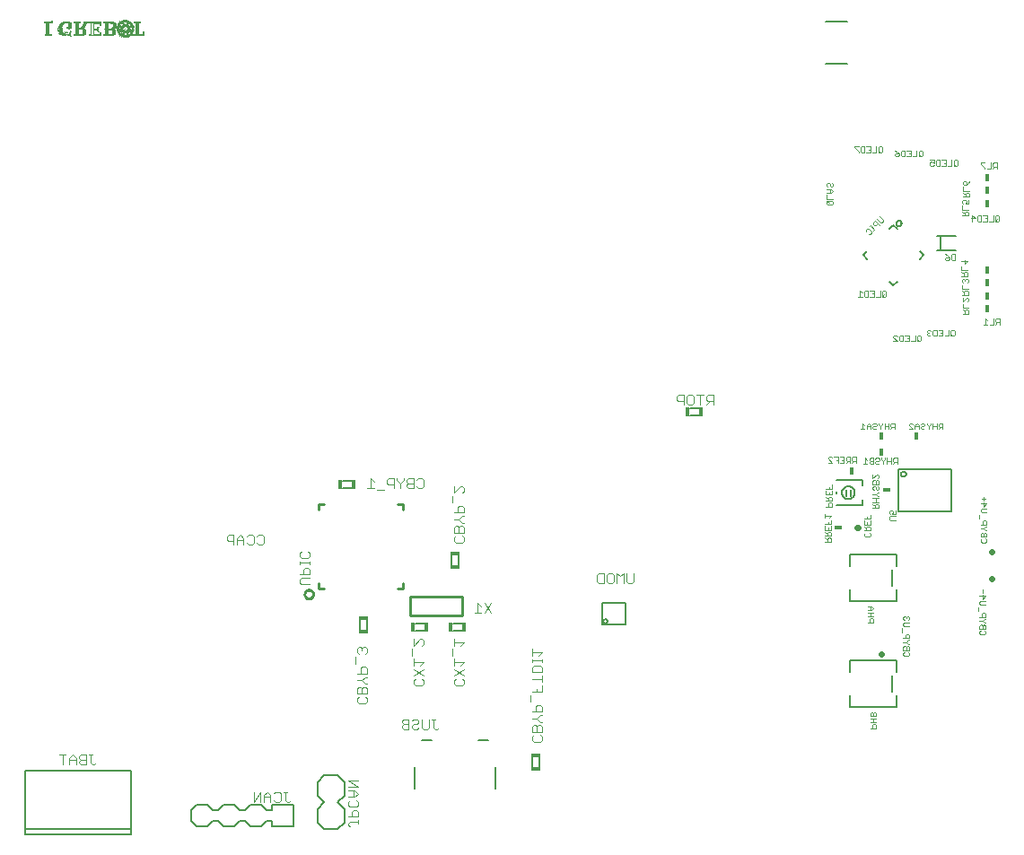
<source format=gbo>
G75*
G70*
%OFA0B0*%
%FSLAX24Y24*%
%IPPOS*%
%LPD*%
%AMOC8*
5,1,8,0,0,1.08239X$1,22.5*
%
%ADD10C,0.0020*%
%ADD11C,0.0030*%
%ADD12C,0.0040*%
%ADD13C,0.0050*%
%ADD14R,0.0180X0.0300*%
%ADD15C,0.0080*%
%ADD16R,0.0300X0.0180*%
%ADD17C,0.0220*%
%ADD18C,0.0100*%
%ADD19C,0.0060*%
%ADD20R,0.0160X0.0340*%
%ADD21R,0.0340X0.0160*%
%ADD22R,0.0010X0.0010*%
%ADD23R,0.0030X0.0010*%
%ADD24R,0.0020X0.0010*%
%ADD25R,0.0040X0.0010*%
%ADD26R,0.0050X0.0010*%
%ADD27R,0.0170X0.0010*%
%ADD28R,0.0290X0.0010*%
%ADD29R,0.0400X0.0010*%
%ADD30R,0.0310X0.0010*%
%ADD31R,0.0260X0.0010*%
%ADD32R,0.0270X0.0010*%
%ADD33R,0.0180X0.0010*%
%ADD34R,0.0460X0.0010*%
%ADD35R,0.0380X0.0010*%
%ADD36R,0.0100X0.0010*%
%ADD37R,0.0190X0.0010*%
%ADD38R,0.0410X0.0010*%
%ADD39R,0.0160X0.0010*%
%ADD40R,0.0360X0.0010*%
%ADD41R,0.0080X0.0010*%
%ADD42R,0.0440X0.0010*%
%ADD43R,0.0200X0.0010*%
%ADD44R,0.0240X0.0010*%
%ADD45R,0.0450X0.0010*%
%ADD46R,0.0210X0.0010*%
%ADD47R,0.0130X0.0010*%
%ADD48R,0.0140X0.0010*%
%ADD49R,0.0150X0.0010*%
%ADD50R,0.0230X0.0010*%
%ADD51R,0.0060X0.0010*%
%ADD52R,0.0090X0.0010*%
%ADD53R,0.0070X0.0010*%
%ADD54R,0.0220X0.0010*%
%ADD55R,0.0780X0.0010*%
%ADD56R,0.0610X0.0010*%
%ADD57R,0.0250X0.0010*%
%ADD58R,0.0120X0.0010*%
%ADD59R,0.0110X0.0010*%
%ADD60R,0.0320X0.0010*%
%ADD61R,0.0300X0.0010*%
%ADD62R,0.0330X0.0010*%
%ADD63R,0.0370X0.0010*%
%ADD64R,0.0350X0.0010*%
%ADD65R,0.0630X0.0010*%
%ADD66R,0.0430X0.0010*%
%ADD67R,0.0650X0.0010*%
%ADD68R,0.0420X0.0010*%
%ADD69R,0.0340X0.0010*%
%ADD70R,0.0390X0.0010*%
%ADD71R,0.0660X0.0010*%
%ADD72R,0.0680X0.0010*%
D10*
X033395Y011327D02*
X033615Y011327D01*
X033615Y011437D01*
X033578Y011474D01*
X033505Y011474D01*
X033468Y011437D01*
X033468Y011327D01*
X033468Y011401D02*
X033395Y011474D01*
X033395Y011548D02*
X033615Y011548D01*
X033615Y011658D01*
X033578Y011695D01*
X033505Y011695D01*
X033468Y011658D01*
X033468Y011548D01*
X033468Y011621D02*
X033395Y011695D01*
X033395Y011769D02*
X033395Y011916D01*
X033395Y011990D02*
X033615Y011990D01*
X033615Y012137D01*
X033542Y012211D02*
X033615Y012284D01*
X033395Y012284D01*
X033395Y012211D02*
X033395Y012358D01*
X033432Y012631D02*
X033652Y012631D01*
X033652Y012741D01*
X033615Y012778D01*
X033542Y012778D01*
X033505Y012741D01*
X033505Y012631D01*
X033505Y012852D02*
X033505Y012962D01*
X033542Y012999D01*
X033615Y012999D01*
X033652Y012962D01*
X033652Y012852D01*
X033432Y012852D01*
X033505Y012926D02*
X033432Y012999D01*
X033432Y013073D02*
X033432Y013220D01*
X033432Y013294D02*
X033652Y013294D01*
X033652Y013441D01*
X033542Y013368D02*
X033542Y013294D01*
X033652Y013220D02*
X033652Y013073D01*
X033432Y013073D01*
X033542Y013073D02*
X033542Y013147D01*
X033507Y014260D02*
X033654Y014260D01*
X033507Y014407D01*
X033507Y014443D01*
X033544Y014480D01*
X033617Y014480D01*
X033654Y014443D01*
X033728Y014480D02*
X033875Y014480D01*
X033875Y014260D01*
X033949Y014260D02*
X034096Y014260D01*
X034096Y014480D01*
X033949Y014480D01*
X034023Y014370D02*
X034096Y014370D01*
X034170Y014370D02*
X034207Y014333D01*
X034317Y014333D01*
X034317Y014260D02*
X034317Y014480D01*
X034207Y014480D01*
X034170Y014443D01*
X034170Y014370D01*
X034244Y014333D02*
X034170Y014260D01*
X034391Y014260D02*
X034465Y014333D01*
X034428Y014333D02*
X034538Y014333D01*
X034538Y014260D02*
X034538Y014480D01*
X034428Y014480D01*
X034391Y014443D01*
X034391Y014370D01*
X034428Y014333D01*
X034815Y014218D02*
X034962Y014218D01*
X034889Y014218D02*
X034889Y014439D01*
X034962Y014365D01*
X035036Y014365D02*
X035073Y014329D01*
X035183Y014329D01*
X035257Y014292D02*
X035294Y014329D01*
X035367Y014329D01*
X035404Y014365D01*
X035404Y014402D01*
X035367Y014439D01*
X035294Y014439D01*
X035257Y014402D01*
X035183Y014439D02*
X035073Y014439D01*
X035036Y014402D01*
X035036Y014365D01*
X035073Y014329D02*
X035036Y014292D01*
X035036Y014255D01*
X035073Y014218D01*
X035183Y014218D01*
X035183Y014439D01*
X035257Y014292D02*
X035257Y014255D01*
X035294Y014218D01*
X035367Y014218D01*
X035404Y014255D01*
X035552Y014218D02*
X035552Y014329D01*
X035478Y014402D01*
X035478Y014439D01*
X035552Y014329D02*
X035625Y014402D01*
X035625Y014439D01*
X035699Y014439D02*
X035699Y014218D01*
X035699Y014329D02*
X035846Y014329D01*
X035920Y014329D02*
X035957Y014292D01*
X036067Y014292D01*
X035994Y014292D02*
X035920Y014218D01*
X035846Y014218D02*
X035846Y014439D01*
X035920Y014402D02*
X035920Y014329D01*
X035920Y014402D02*
X035957Y014439D01*
X036067Y014439D01*
X036067Y014218D01*
X035385Y013794D02*
X035385Y013721D01*
X035348Y013684D01*
X035348Y013610D02*
X035312Y013610D01*
X035275Y013573D01*
X035275Y013463D01*
X035238Y013389D02*
X035202Y013389D01*
X035165Y013352D01*
X035165Y013279D01*
X035202Y013242D01*
X035275Y013279D02*
X035275Y013352D01*
X035238Y013389D01*
X035165Y013463D02*
X035165Y013573D01*
X035202Y013610D01*
X035238Y013610D01*
X035275Y013573D01*
X035348Y013610D02*
X035385Y013573D01*
X035385Y013463D01*
X035165Y013463D01*
X035348Y013389D02*
X035385Y013352D01*
X035385Y013279D01*
X035348Y013242D01*
X035312Y013242D01*
X035275Y013279D01*
X035348Y013168D02*
X035385Y013168D01*
X035348Y013168D02*
X035275Y013095D01*
X035165Y013095D01*
X035275Y013095D02*
X035348Y013021D01*
X035385Y013021D01*
X035385Y012947D02*
X035165Y012947D01*
X035275Y012947D02*
X035275Y012800D01*
X035275Y012726D02*
X035238Y012689D01*
X035238Y012579D01*
X035165Y012579D02*
X035385Y012579D01*
X035385Y012689D01*
X035348Y012726D01*
X035275Y012726D01*
X035238Y012653D02*
X035165Y012726D01*
X035165Y012800D02*
X035385Y012800D01*
X035782Y012460D02*
X035782Y012387D01*
X035819Y012350D01*
X035892Y012350D02*
X035929Y012423D01*
X035929Y012460D01*
X035892Y012497D01*
X035819Y012497D01*
X035782Y012460D01*
X035892Y012350D02*
X036002Y012350D01*
X036002Y012497D01*
X036002Y012276D02*
X035819Y012276D01*
X035782Y012239D01*
X035782Y012166D01*
X035819Y012129D01*
X036002Y012129D01*
X035072Y012112D02*
X035072Y011965D01*
X034852Y011965D01*
X034852Y012112D01*
X034852Y012186D02*
X035072Y012186D01*
X035072Y012333D01*
X034962Y012259D02*
X034962Y012186D01*
X034962Y012038D02*
X034962Y011965D01*
X034962Y011891D02*
X034926Y011854D01*
X034926Y011744D01*
X034926Y011817D02*
X034852Y011891D01*
X034962Y011891D02*
X035036Y011891D01*
X035072Y011854D01*
X035072Y011744D01*
X034852Y011744D01*
X034889Y011670D02*
X034852Y011633D01*
X034852Y011560D01*
X034889Y011523D01*
X035036Y011523D01*
X035072Y011560D01*
X035072Y011633D01*
X035036Y011670D01*
X033615Y011769D02*
X033395Y011769D01*
X033505Y011769D02*
X033505Y011842D01*
X033615Y011916D02*
X033615Y011769D01*
X033505Y011990D02*
X033505Y012063D01*
X035165Y013684D02*
X035312Y013831D01*
X035348Y013831D01*
X035385Y013794D01*
X035165Y013831D02*
X035165Y013684D01*
X033875Y014370D02*
X033802Y014370D01*
X034717Y015507D02*
X034864Y015507D01*
X034790Y015507D02*
X034790Y015728D01*
X034864Y015654D01*
X034938Y015654D02*
X034938Y015507D01*
X034938Y015617D02*
X035085Y015617D01*
X035085Y015654D02*
X035011Y015728D01*
X034938Y015654D01*
X035085Y015654D02*
X035085Y015507D01*
X035159Y015544D02*
X035196Y015507D01*
X035269Y015507D01*
X035306Y015544D01*
X035269Y015617D02*
X035196Y015617D01*
X035159Y015581D01*
X035159Y015544D01*
X035269Y015617D02*
X035306Y015654D01*
X035306Y015691D01*
X035269Y015728D01*
X035196Y015728D01*
X035159Y015691D01*
X035380Y015691D02*
X035380Y015728D01*
X035380Y015691D02*
X035453Y015617D01*
X035453Y015507D01*
X035453Y015617D02*
X035527Y015691D01*
X035527Y015728D01*
X035601Y015728D02*
X035601Y015507D01*
X035601Y015617D02*
X035748Y015617D01*
X035822Y015617D02*
X035859Y015581D01*
X035969Y015581D01*
X035969Y015507D02*
X035969Y015728D01*
X035859Y015728D01*
X035822Y015691D01*
X035822Y015617D01*
X035895Y015581D02*
X035822Y015507D01*
X035748Y015507D02*
X035748Y015728D01*
X036509Y015691D02*
X036546Y015728D01*
X036619Y015728D01*
X036656Y015691D01*
X036730Y015654D02*
X036730Y015507D01*
X036656Y015507D02*
X036509Y015654D01*
X036509Y015691D01*
X036509Y015507D02*
X036656Y015507D01*
X036730Y015617D02*
X036877Y015617D01*
X036877Y015654D02*
X036803Y015728D01*
X036730Y015654D01*
X036877Y015654D02*
X036877Y015507D01*
X036951Y015544D02*
X036988Y015507D01*
X037061Y015507D01*
X037098Y015544D01*
X037061Y015617D02*
X036988Y015617D01*
X036951Y015581D01*
X036951Y015544D01*
X037061Y015617D02*
X037098Y015654D01*
X037098Y015691D01*
X037061Y015728D01*
X036988Y015728D01*
X036951Y015691D01*
X037172Y015691D02*
X037172Y015728D01*
X037172Y015691D02*
X037245Y015617D01*
X037245Y015507D01*
X037245Y015617D02*
X037319Y015691D01*
X037319Y015728D01*
X037393Y015728D02*
X037393Y015507D01*
X037393Y015617D02*
X037540Y015617D01*
X037614Y015617D02*
X037651Y015581D01*
X037761Y015581D01*
X037687Y015581D02*
X037614Y015507D01*
X037540Y015507D02*
X037540Y015728D01*
X037614Y015691D02*
X037614Y015617D01*
X037614Y015691D02*
X037651Y015728D01*
X037761Y015728D01*
X037761Y015507D01*
X039278Y012996D02*
X039278Y012849D01*
X039278Y012775D02*
X039278Y012628D01*
X039388Y012738D01*
X039168Y012738D01*
X039205Y012554D02*
X039388Y012554D01*
X039388Y012407D02*
X039205Y012407D01*
X039168Y012444D01*
X039168Y012517D01*
X039205Y012554D01*
X039131Y012333D02*
X039131Y012186D01*
X039241Y012075D02*
X039278Y012112D01*
X039351Y012112D01*
X039388Y012075D01*
X039388Y011965D01*
X039168Y011965D01*
X039241Y011965D02*
X039241Y012075D01*
X039351Y011891D02*
X039278Y011818D01*
X039168Y011818D01*
X039278Y011818D02*
X039351Y011744D01*
X039388Y011744D01*
X039351Y011670D02*
X039315Y011670D01*
X039278Y011633D01*
X039278Y011523D01*
X039351Y011449D02*
X039388Y011412D01*
X039388Y011339D01*
X039351Y011302D01*
X039205Y011302D01*
X039168Y011339D01*
X039168Y011412D01*
X039205Y011449D01*
X039168Y011523D02*
X039168Y011633D01*
X039205Y011670D01*
X039241Y011670D01*
X039278Y011633D01*
X039351Y011670D02*
X039388Y011633D01*
X039388Y011523D01*
X039168Y011523D01*
X039351Y011891D02*
X039388Y011891D01*
X039351Y012922D02*
X039205Y012922D01*
X039241Y009566D02*
X039241Y009419D01*
X039241Y009345D02*
X039241Y009198D01*
X039351Y009308D01*
X039131Y009308D01*
X039168Y009124D02*
X039351Y009124D01*
X039351Y008977D02*
X039168Y008977D01*
X039131Y009014D01*
X039131Y009087D01*
X039168Y009124D01*
X039094Y008903D02*
X039094Y008756D01*
X039204Y008645D02*
X039204Y008535D01*
X039131Y008535D02*
X039351Y008535D01*
X039351Y008645D01*
X039315Y008682D01*
X039241Y008682D01*
X039204Y008645D01*
X039315Y008461D02*
X039241Y008387D01*
X039131Y008387D01*
X039241Y008387D02*
X039315Y008314D01*
X039351Y008314D01*
X039315Y008240D02*
X039278Y008240D01*
X039241Y008203D01*
X039241Y008093D01*
X039168Y008019D02*
X039131Y007982D01*
X039131Y007909D01*
X039168Y007872D01*
X039315Y007872D01*
X039351Y007909D01*
X039351Y007982D01*
X039315Y008019D01*
X039351Y008093D02*
X039351Y008203D01*
X039315Y008240D01*
X039241Y008203D02*
X039204Y008240D01*
X039168Y008240D01*
X039131Y008203D01*
X039131Y008093D01*
X039351Y008093D01*
X039351Y008461D02*
X039315Y008461D01*
X036519Y008446D02*
X036519Y008519D01*
X036482Y008556D01*
X036445Y008556D01*
X036409Y008519D01*
X036372Y008556D01*
X036335Y008556D01*
X036299Y008519D01*
X036299Y008446D01*
X036335Y008409D01*
X036335Y008335D02*
X036519Y008335D01*
X036482Y008409D02*
X036519Y008446D01*
X036409Y008483D02*
X036409Y008519D01*
X036335Y008335D02*
X036299Y008298D01*
X036299Y008225D01*
X036335Y008188D01*
X036519Y008188D01*
X036262Y008114D02*
X036262Y007967D01*
X036372Y007856D02*
X036372Y007746D01*
X036299Y007746D02*
X036519Y007746D01*
X036519Y007856D01*
X036482Y007893D01*
X036409Y007893D01*
X036372Y007856D01*
X036482Y007672D02*
X036409Y007599D01*
X036299Y007599D01*
X036409Y007599D02*
X036482Y007525D01*
X036519Y007525D01*
X036482Y007451D02*
X036445Y007451D01*
X036409Y007414D01*
X036409Y007304D01*
X036482Y007230D02*
X036519Y007193D01*
X036519Y007120D01*
X036482Y007083D01*
X036335Y007083D01*
X036299Y007120D01*
X036299Y007193D01*
X036335Y007230D01*
X036299Y007304D02*
X036299Y007414D01*
X036335Y007451D01*
X036372Y007451D01*
X036409Y007414D01*
X036482Y007451D02*
X036519Y007414D01*
X036519Y007304D01*
X036299Y007304D01*
X036482Y007672D02*
X036519Y007672D01*
X035199Y008336D02*
X035199Y008446D01*
X035163Y008482D01*
X035089Y008482D01*
X035052Y008446D01*
X035052Y008336D01*
X034979Y008336D02*
X035199Y008336D01*
X035199Y008557D02*
X034979Y008557D01*
X035089Y008557D02*
X035089Y008703D01*
X035089Y008778D02*
X035089Y008924D01*
X035126Y008924D02*
X034979Y008924D01*
X034979Y008778D02*
X035126Y008778D01*
X035199Y008851D01*
X035126Y008924D01*
X035199Y008703D02*
X034979Y008703D01*
X035114Y004987D02*
X035077Y004951D01*
X035077Y004841D01*
X035298Y004841D01*
X035298Y004951D01*
X035261Y004987D01*
X035224Y004987D01*
X035188Y004951D01*
X035188Y004841D01*
X035188Y004766D02*
X035188Y004620D01*
X035188Y004545D02*
X035151Y004509D01*
X035151Y004399D01*
X035077Y004399D02*
X035298Y004399D01*
X035298Y004509D01*
X035261Y004545D01*
X035188Y004545D01*
X035077Y004620D02*
X035298Y004620D01*
X035298Y004766D02*
X035077Y004766D01*
X035188Y004951D02*
X035151Y004987D01*
X035114Y004987D01*
X035924Y018783D02*
X036071Y018783D01*
X035924Y018930D01*
X035924Y018967D01*
X035961Y019004D01*
X036034Y019004D01*
X036071Y018967D01*
X036145Y018967D02*
X036182Y019004D01*
X036292Y019004D01*
X036292Y018783D01*
X036182Y018783D01*
X036145Y018820D01*
X036145Y018967D01*
X036366Y019004D02*
X036513Y019004D01*
X036513Y018783D01*
X036366Y018783D01*
X036439Y018893D02*
X036513Y018893D01*
X036587Y018783D02*
X036734Y018783D01*
X036734Y019004D01*
X036808Y018967D02*
X036808Y018820D01*
X036845Y018783D01*
X036918Y018783D01*
X036955Y018820D01*
X036955Y018967D01*
X036918Y019004D01*
X036845Y019004D01*
X036808Y018967D01*
X036881Y018857D02*
X036808Y018783D01*
X037174Y019020D02*
X037211Y018983D01*
X037284Y018983D01*
X037321Y019020D01*
X037395Y019020D02*
X037395Y019166D01*
X037432Y019203D01*
X037542Y019203D01*
X037542Y018983D01*
X037432Y018983D01*
X037395Y019020D01*
X037321Y019166D02*
X037284Y019203D01*
X037211Y019203D01*
X037174Y019166D01*
X037174Y019130D01*
X037211Y019093D01*
X037174Y019056D01*
X037174Y019020D01*
X037211Y019093D02*
X037247Y019093D01*
X037616Y018983D02*
X037763Y018983D01*
X037763Y019203D01*
X037616Y019203D01*
X037689Y019093D02*
X037763Y019093D01*
X037837Y018983D02*
X037984Y018983D01*
X037984Y019203D01*
X038058Y019166D02*
X038058Y019020D01*
X038095Y018983D01*
X038168Y018983D01*
X038205Y019020D01*
X038205Y019166D01*
X038168Y019203D01*
X038095Y019203D01*
X038058Y019166D01*
X038131Y019056D02*
X038058Y018983D01*
X039280Y019400D02*
X039427Y019400D01*
X039354Y019400D02*
X039354Y019620D01*
X039427Y019547D01*
X039501Y019400D02*
X039648Y019400D01*
X039648Y019620D01*
X039722Y019583D02*
X039722Y019510D01*
X039759Y019473D01*
X039869Y019473D01*
X039869Y019400D02*
X039869Y019620D01*
X039759Y019620D01*
X039722Y019583D01*
X039796Y019473D02*
X039722Y019400D01*
X038723Y019799D02*
X038723Y019909D01*
X038687Y019945D01*
X038613Y019945D01*
X038576Y019909D01*
X038576Y019799D01*
X038503Y019799D02*
X038723Y019799D01*
X038576Y019872D02*
X038503Y019945D01*
X038503Y020020D02*
X038503Y020166D01*
X038503Y020241D02*
X038650Y020387D01*
X038687Y020387D01*
X038723Y020351D01*
X038723Y020277D01*
X038687Y020241D01*
X038503Y020241D02*
X038503Y020387D01*
X038484Y020499D02*
X038704Y020499D01*
X038704Y020609D01*
X038668Y020645D01*
X038594Y020645D01*
X038558Y020609D01*
X038558Y020499D01*
X038558Y020572D02*
X038484Y020645D01*
X038484Y020720D02*
X038484Y020866D01*
X038521Y020941D02*
X038484Y020977D01*
X038484Y021051D01*
X038521Y021087D01*
X038558Y021087D01*
X038594Y021051D01*
X038594Y021014D01*
X038594Y021051D02*
X038631Y021087D01*
X038668Y021087D01*
X038704Y021051D01*
X038704Y020977D01*
X038668Y020941D01*
X038704Y020720D02*
X038484Y020720D01*
X038465Y021199D02*
X038685Y021199D01*
X038685Y021309D01*
X038649Y021345D01*
X038575Y021345D01*
X038539Y021309D01*
X038539Y021199D01*
X038539Y021272D02*
X038465Y021345D01*
X038465Y021420D02*
X038465Y021566D01*
X038575Y021641D02*
X038575Y021787D01*
X038465Y021751D02*
X038685Y021751D01*
X038575Y021641D01*
X038685Y021420D02*
X038465Y021420D01*
X038224Y021787D02*
X038114Y021787D01*
X038077Y021824D01*
X038077Y021971D01*
X038114Y022008D01*
X038224Y022008D01*
X038224Y021787D01*
X038003Y021824D02*
X037966Y021787D01*
X037893Y021787D01*
X037856Y021824D01*
X037856Y021861D01*
X037893Y021897D01*
X038003Y021897D01*
X038003Y021824D01*
X038003Y021897D02*
X037929Y021971D01*
X037856Y022008D01*
X038496Y023449D02*
X038717Y023449D01*
X038717Y023559D01*
X038680Y023595D01*
X038606Y023595D01*
X038570Y023559D01*
X038570Y023449D01*
X038570Y023522D02*
X038496Y023595D01*
X038496Y023670D02*
X038496Y023816D01*
X038533Y023891D02*
X038496Y023927D01*
X038496Y024001D01*
X038533Y024037D01*
X038606Y024037D01*
X038643Y024001D01*
X038643Y023964D01*
X038606Y023891D01*
X038717Y023891D01*
X038717Y024037D01*
X038748Y024149D02*
X038748Y024259D01*
X038711Y024295D01*
X038638Y024295D01*
X038601Y024259D01*
X038601Y024149D01*
X038601Y024222D02*
X038527Y024295D01*
X038527Y024370D02*
X038527Y024516D01*
X038564Y024591D02*
X038527Y024627D01*
X038527Y024701D01*
X038564Y024737D01*
X038601Y024737D01*
X038638Y024701D01*
X038638Y024591D01*
X038564Y024591D01*
X038638Y024591D02*
X038711Y024664D01*
X038748Y024737D01*
X038748Y024370D02*
X038527Y024370D01*
X038527Y024149D02*
X038748Y024149D01*
X038717Y023670D02*
X038496Y023670D01*
X038861Y023453D02*
X038971Y023343D01*
X038824Y023343D01*
X038861Y023233D02*
X038861Y023453D01*
X039045Y023416D02*
X039082Y023453D01*
X039192Y023453D01*
X039192Y023233D01*
X039082Y023233D01*
X039045Y023269D01*
X039045Y023416D01*
X039266Y023453D02*
X039413Y023453D01*
X039413Y023233D01*
X039266Y023233D01*
X039339Y023343D02*
X039413Y023343D01*
X039487Y023233D02*
X039634Y023233D01*
X039634Y023453D01*
X039708Y023416D02*
X039708Y023269D01*
X039745Y023233D01*
X039818Y023233D01*
X039855Y023269D01*
X039855Y023416D01*
X039818Y023453D01*
X039745Y023453D01*
X039708Y023416D01*
X039781Y023306D02*
X039708Y023233D01*
X039769Y025187D02*
X039769Y025407D01*
X039659Y025407D01*
X039622Y025370D01*
X039622Y025297D01*
X039659Y025260D01*
X039769Y025260D01*
X039696Y025260D02*
X039622Y025187D01*
X039548Y025187D02*
X039401Y025187D01*
X039327Y025187D02*
X039327Y025223D01*
X039180Y025370D01*
X039180Y025407D01*
X039327Y025407D01*
X039548Y025407D02*
X039548Y025187D01*
X038320Y025330D02*
X038283Y025293D01*
X038210Y025293D01*
X038173Y025330D01*
X038173Y025477D01*
X038210Y025514D01*
X038283Y025514D01*
X038320Y025477D01*
X038320Y025330D01*
X038247Y025367D02*
X038173Y025293D01*
X038099Y025293D02*
X037952Y025293D01*
X037878Y025293D02*
X037731Y025293D01*
X037657Y025293D02*
X037547Y025293D01*
X037510Y025330D01*
X037510Y025477D01*
X037547Y025514D01*
X037657Y025514D01*
X037657Y025293D01*
X037805Y025404D02*
X037878Y025404D01*
X037878Y025514D02*
X037878Y025293D01*
X037878Y025514D02*
X037731Y025514D01*
X037436Y025514D02*
X037436Y025404D01*
X037363Y025440D01*
X037326Y025440D01*
X037289Y025404D01*
X037289Y025330D01*
X037326Y025293D01*
X037399Y025293D01*
X037436Y025330D01*
X037436Y025514D02*
X037289Y025514D01*
X037020Y025681D02*
X037020Y025827D01*
X036983Y025864D01*
X036910Y025864D01*
X036873Y025827D01*
X036873Y025681D01*
X036910Y025644D01*
X036983Y025644D01*
X037020Y025681D01*
X036947Y025717D02*
X036873Y025644D01*
X036799Y025644D02*
X036799Y025864D01*
X036799Y025644D02*
X036652Y025644D01*
X036578Y025644D02*
X036431Y025644D01*
X036357Y025644D02*
X036357Y025864D01*
X036247Y025864D01*
X036210Y025827D01*
X036210Y025681D01*
X036247Y025644D01*
X036357Y025644D01*
X036505Y025754D02*
X036578Y025754D01*
X036578Y025864D02*
X036578Y025644D01*
X036578Y025864D02*
X036431Y025864D01*
X036136Y025754D02*
X036026Y025754D01*
X035989Y025717D01*
X035989Y025681D01*
X036026Y025644D01*
X036099Y025644D01*
X036136Y025681D01*
X036136Y025754D01*
X036063Y025827D01*
X035989Y025864D01*
X035520Y025831D02*
X035483Y025794D01*
X035410Y025794D01*
X035373Y025831D01*
X035373Y025978D01*
X035410Y026014D01*
X035483Y026014D01*
X035520Y025978D01*
X035520Y025831D01*
X035447Y025868D02*
X035373Y025794D01*
X035299Y025794D02*
X035152Y025794D01*
X035078Y025794D02*
X034931Y025794D01*
X034857Y025794D02*
X034747Y025794D01*
X034710Y025831D01*
X034710Y025978D01*
X034747Y026014D01*
X034857Y026014D01*
X034857Y025794D01*
X035005Y025904D02*
X035078Y025904D01*
X035078Y026014D02*
X035078Y025794D01*
X035078Y026014D02*
X034931Y026014D01*
X034636Y026014D02*
X034489Y026014D01*
X034489Y025978D01*
X034636Y025831D01*
X034636Y025794D01*
X035299Y025794D02*
X035299Y026014D01*
X033684Y024621D02*
X033684Y024547D01*
X033647Y024511D01*
X033610Y024511D01*
X033574Y024547D01*
X033574Y024621D01*
X033537Y024658D01*
X033500Y024658D01*
X033464Y024621D01*
X033464Y024547D01*
X033500Y024511D01*
X033464Y024437D02*
X033610Y024437D01*
X033684Y024363D01*
X033610Y024290D01*
X033464Y024290D01*
X033464Y024216D02*
X033464Y024069D01*
X033684Y024069D01*
X033647Y023995D02*
X033500Y023995D01*
X033464Y023958D01*
X033464Y023884D01*
X033500Y023848D01*
X033647Y023848D01*
X033684Y023884D01*
X033684Y023958D01*
X033647Y023995D01*
X033537Y023921D02*
X033464Y023995D01*
X033574Y024290D02*
X033574Y024437D01*
X033684Y024621D02*
X033647Y024658D01*
X035174Y023176D02*
X035252Y023254D01*
X035408Y023098D01*
X035356Y023150D02*
X035278Y023073D01*
X035226Y023073D01*
X035174Y023124D01*
X035174Y023176D01*
X035096Y023098D02*
X035044Y023046D01*
X035070Y023072D02*
X035225Y022916D01*
X035251Y022942D02*
X035199Y022890D01*
X035121Y022864D02*
X035017Y022968D01*
X034965Y022968D01*
X034914Y022916D01*
X034914Y022864D01*
X035017Y022760D02*
X035069Y022760D01*
X035121Y022812D01*
X035121Y022864D01*
X035434Y023177D02*
X035304Y023307D01*
X035408Y023410D02*
X035538Y023281D01*
X035538Y023229D01*
X035486Y023177D01*
X035434Y023177D01*
X038099Y025293D02*
X038099Y025514D01*
X035618Y020654D02*
X035545Y020654D01*
X035508Y020617D01*
X035508Y020470D01*
X035545Y020434D01*
X035618Y020434D01*
X035655Y020470D01*
X035655Y020617D01*
X035618Y020654D01*
X035581Y020507D02*
X035508Y020434D01*
X035434Y020434D02*
X035287Y020434D01*
X035213Y020434D02*
X035066Y020434D01*
X034992Y020434D02*
X034882Y020434D01*
X034845Y020470D01*
X034845Y020617D01*
X034882Y020654D01*
X034992Y020654D01*
X034992Y020434D01*
X035139Y020544D02*
X035213Y020544D01*
X035213Y020654D02*
X035213Y020434D01*
X035213Y020654D02*
X035066Y020654D01*
X034771Y020581D02*
X034697Y020654D01*
X034697Y020434D01*
X034624Y020434D02*
X034771Y020434D01*
X035434Y020434D02*
X035434Y020654D01*
X038503Y020020D02*
X038723Y020020D01*
D11*
X029243Y016785D02*
X029243Y016415D01*
X029243Y016538D02*
X029058Y016538D01*
X028996Y016600D01*
X028996Y016724D01*
X029058Y016785D01*
X029243Y016785D01*
X029120Y016538D02*
X028996Y016415D01*
X028752Y016415D02*
X028752Y016785D01*
X028875Y016785D02*
X028628Y016785D01*
X028507Y016724D02*
X028507Y016477D01*
X028445Y016415D01*
X028322Y016415D01*
X028260Y016477D01*
X028260Y016724D01*
X028322Y016785D01*
X028445Y016785D01*
X028507Y016724D01*
X028138Y016785D02*
X027953Y016785D01*
X027891Y016724D01*
X027891Y016600D01*
X027953Y016538D01*
X028138Y016538D01*
X028138Y016415D02*
X028138Y016785D01*
X019985Y013327D02*
X019985Y013203D01*
X019924Y013142D01*
X019985Y013327D02*
X019924Y013388D01*
X019862Y013388D01*
X019615Y013142D01*
X019615Y013388D01*
X019553Y013020D02*
X019553Y012773D01*
X019738Y012590D02*
X019738Y012405D01*
X019615Y012405D02*
X019985Y012405D01*
X019985Y012590D01*
X019924Y012652D01*
X019800Y012652D01*
X019738Y012590D01*
X019924Y012284D02*
X019800Y012160D01*
X019615Y012160D01*
X019800Y012160D02*
X019924Y012037D01*
X019985Y012037D01*
X019924Y011915D02*
X019862Y011915D01*
X019800Y011854D01*
X019800Y011668D01*
X019677Y011547D02*
X019615Y011485D01*
X019615Y011362D01*
X019677Y011300D01*
X019924Y011300D01*
X019985Y011362D01*
X019985Y011485D01*
X019924Y011547D01*
X019985Y011668D02*
X019985Y011854D01*
X019924Y011915D01*
X019800Y011854D02*
X019738Y011915D01*
X019677Y011915D01*
X019615Y011854D01*
X019615Y011668D01*
X019985Y011668D01*
X019985Y012284D02*
X019924Y012284D01*
X018480Y013377D02*
X018418Y013315D01*
X018295Y013315D01*
X018233Y013377D01*
X018112Y013315D02*
X017926Y013315D01*
X017865Y013377D01*
X017865Y013438D01*
X017926Y013500D01*
X018112Y013500D01*
X018233Y013624D02*
X018295Y013685D01*
X018418Y013685D01*
X018480Y013624D01*
X018480Y013377D01*
X018112Y013315D02*
X018112Y013685D01*
X017926Y013685D01*
X017865Y013624D01*
X017865Y013562D01*
X017926Y013500D01*
X017743Y013624D02*
X017743Y013685D01*
X017743Y013624D02*
X017620Y013500D01*
X017620Y013315D01*
X017620Y013500D02*
X017496Y013624D01*
X017496Y013685D01*
X017375Y013685D02*
X017190Y013685D01*
X017128Y013624D01*
X017128Y013500D01*
X017190Y013438D01*
X017375Y013438D01*
X017375Y013315D02*
X017375Y013685D01*
X017007Y013253D02*
X016760Y013253D01*
X016638Y013315D02*
X016391Y013315D01*
X016515Y013315D02*
X016515Y013685D01*
X016638Y013562D01*
X014199Y010969D02*
X014261Y010907D01*
X014261Y010784D01*
X014199Y010722D01*
X013952Y010722D01*
X013890Y010784D01*
X013890Y010907D01*
X013952Y010969D01*
X013890Y010600D02*
X013890Y010476D01*
X013890Y010538D02*
X014261Y010538D01*
X014261Y010476D02*
X014261Y010600D01*
X014199Y010355D02*
X014075Y010355D01*
X014014Y010293D01*
X014014Y010108D01*
X013890Y010108D02*
X014261Y010108D01*
X014261Y010293D01*
X014199Y010355D01*
X014261Y009987D02*
X013952Y009987D01*
X013890Y009925D01*
X013890Y009801D01*
X013952Y009740D01*
X014261Y009740D01*
X012535Y011277D02*
X012473Y011215D01*
X012350Y011215D01*
X012288Y011277D01*
X012167Y011277D02*
X012105Y011215D01*
X011982Y011215D01*
X011920Y011277D01*
X011798Y011215D02*
X011798Y011462D01*
X011675Y011585D01*
X011551Y011462D01*
X011551Y011215D01*
X011430Y011215D02*
X011430Y011585D01*
X011245Y011585D01*
X011183Y011524D01*
X011183Y011400D01*
X011245Y011338D01*
X011430Y011338D01*
X011551Y011400D02*
X011798Y011400D01*
X011920Y011524D02*
X011982Y011585D01*
X012105Y011585D01*
X012167Y011524D01*
X012167Y011277D01*
X012288Y011524D02*
X012350Y011585D01*
X012473Y011585D01*
X012535Y011524D01*
X012535Y011277D01*
X016077Y007409D02*
X016015Y007347D01*
X016015Y007223D01*
X016077Y007162D01*
X015953Y007040D02*
X015953Y006793D01*
X016138Y006610D02*
X016138Y006425D01*
X016015Y006425D02*
X016385Y006425D01*
X016385Y006610D01*
X016324Y006672D01*
X016200Y006672D01*
X016138Y006610D01*
X016324Y006304D02*
X016385Y006304D01*
X016324Y006304D02*
X016200Y006180D01*
X016015Y006180D01*
X016200Y006180D02*
X016324Y006057D01*
X016385Y006057D01*
X016324Y005935D02*
X016262Y005935D01*
X016200Y005874D01*
X016200Y005688D01*
X016077Y005567D02*
X016015Y005505D01*
X016015Y005382D01*
X016077Y005320D01*
X016324Y005320D01*
X016385Y005382D01*
X016385Y005505D01*
X016324Y005567D01*
X016385Y005688D02*
X016385Y005874D01*
X016324Y005935D01*
X016200Y005874D02*
X016138Y005935D01*
X016077Y005935D01*
X016015Y005874D01*
X016015Y005688D01*
X016385Y005688D01*
X017683Y004674D02*
X017683Y004612D01*
X017745Y004550D01*
X017930Y004550D01*
X018051Y004488D02*
X018051Y004427D01*
X018113Y004365D01*
X018237Y004365D01*
X018298Y004427D01*
X018420Y004427D02*
X018420Y004735D01*
X018298Y004674D02*
X018298Y004612D01*
X018237Y004550D01*
X018113Y004550D01*
X018051Y004488D01*
X017930Y004365D02*
X017930Y004735D01*
X017745Y004735D01*
X017683Y004674D01*
X017745Y004550D02*
X017683Y004488D01*
X017683Y004427D01*
X017745Y004365D01*
X017930Y004365D01*
X018051Y004674D02*
X018113Y004735D01*
X018237Y004735D01*
X018298Y004674D01*
X018420Y004427D02*
X018482Y004365D01*
X018605Y004365D01*
X018667Y004427D01*
X018667Y004735D01*
X018788Y004735D02*
X018912Y004735D01*
X018850Y004735D02*
X018850Y004427D01*
X018912Y004365D01*
X018973Y004365D01*
X019035Y004427D01*
X018424Y005988D02*
X018177Y005988D01*
X018115Y006050D01*
X018115Y006174D01*
X018177Y006235D01*
X018115Y006357D02*
X018485Y006604D01*
X018362Y006725D02*
X018485Y006848D01*
X018115Y006848D01*
X018115Y006725D02*
X018115Y006972D01*
X018053Y007093D02*
X018053Y007340D01*
X018115Y007462D02*
X018362Y007709D01*
X018424Y007709D01*
X018485Y007647D01*
X018485Y007523D01*
X018424Y007462D01*
X018115Y007462D02*
X018115Y007709D01*
X018115Y006604D02*
X018485Y006357D01*
X018424Y006235D02*
X018485Y006174D01*
X018485Y006050D01*
X018424Y005988D01*
X019615Y006050D02*
X019677Y005988D01*
X019924Y005988D01*
X019985Y006050D01*
X019985Y006174D01*
X019924Y006235D01*
X019985Y006357D02*
X019615Y006604D01*
X019615Y006725D02*
X019615Y006972D01*
X019615Y006848D02*
X019985Y006848D01*
X019862Y006725D01*
X019985Y006604D02*
X019615Y006357D01*
X019677Y006235D02*
X019615Y006174D01*
X019615Y006050D01*
X019553Y007093D02*
X019553Y007340D01*
X019615Y007462D02*
X019615Y007709D01*
X019615Y007585D02*
X019985Y007585D01*
X019862Y007462D01*
X022515Y007339D02*
X022515Y007092D01*
X022515Y006970D02*
X022515Y006847D01*
X022515Y006908D02*
X022885Y006908D01*
X022885Y006847D02*
X022885Y006970D01*
X022762Y007092D02*
X022885Y007216D01*
X022515Y007216D01*
X022577Y006725D02*
X022824Y006725D01*
X022885Y006663D01*
X022885Y006478D01*
X022515Y006478D01*
X022515Y006663D01*
X022577Y006725D01*
X022885Y006357D02*
X022885Y006110D01*
X022885Y005988D02*
X022885Y005742D01*
X022515Y005742D01*
X022453Y005620D02*
X022453Y005373D01*
X022638Y005190D02*
X022638Y005005D01*
X022515Y005005D02*
X022885Y005005D01*
X022885Y005190D01*
X022824Y005252D01*
X022700Y005252D01*
X022638Y005190D01*
X022824Y004884D02*
X022885Y004884D01*
X022824Y004884D02*
X022700Y004760D01*
X022515Y004760D01*
X022700Y004760D02*
X022824Y004637D01*
X022885Y004637D01*
X022824Y004515D02*
X022762Y004515D01*
X022700Y004454D01*
X022700Y004268D01*
X022577Y004147D02*
X022515Y004085D01*
X022515Y003962D01*
X022577Y003900D01*
X022824Y003900D01*
X022885Y003962D01*
X022885Y004085D01*
X022824Y004147D01*
X022885Y004268D02*
X022885Y004454D01*
X022824Y004515D01*
X022700Y004454D02*
X022638Y004515D01*
X022577Y004515D01*
X022515Y004454D01*
X022515Y004268D01*
X022885Y004268D01*
X022700Y005742D02*
X022700Y005865D01*
X022515Y006233D02*
X022885Y006233D01*
X024985Y009793D02*
X024923Y009854D01*
X024923Y010101D01*
X024985Y010163D01*
X025170Y010163D01*
X025170Y009793D01*
X024985Y009793D01*
X025292Y009854D02*
X025292Y010101D01*
X025353Y010163D01*
X025477Y010163D01*
X025539Y010101D01*
X025539Y009854D01*
X025477Y009793D01*
X025353Y009793D01*
X025292Y009854D01*
X025660Y009793D02*
X025660Y010163D01*
X025783Y010039D01*
X025907Y010163D01*
X025907Y009793D01*
X026028Y009854D02*
X026028Y010163D01*
X026275Y010163D02*
X026275Y009854D01*
X026213Y009793D01*
X026090Y009793D01*
X026028Y009854D01*
X016385Y007347D02*
X016385Y007223D01*
X016324Y007162D01*
X016200Y007285D02*
X016200Y007347D01*
X016138Y007409D01*
X016077Y007409D01*
X016200Y007347D02*
X016262Y007409D01*
X016324Y007409D01*
X016385Y007347D01*
X013412Y002035D02*
X013288Y002035D01*
X013350Y002035D02*
X013350Y001727D01*
X013412Y001665D01*
X013473Y001665D01*
X013535Y001727D01*
X013167Y001727D02*
X013167Y001974D01*
X013105Y002035D01*
X012982Y002035D01*
X012920Y001974D01*
X012798Y001912D02*
X012798Y001665D01*
X012920Y001727D02*
X012982Y001665D01*
X013105Y001665D01*
X013167Y001727D01*
X012798Y001850D02*
X012551Y001850D01*
X012551Y001912D02*
X012551Y001665D01*
X012430Y001665D02*
X012430Y002035D01*
X012183Y001665D01*
X012183Y002035D01*
X012551Y001912D02*
X012675Y002035D01*
X012798Y001912D01*
X006304Y003108D02*
X006242Y003046D01*
X006180Y003046D01*
X006118Y003108D01*
X006118Y003416D01*
X006057Y003416D02*
X006180Y003416D01*
X005935Y003416D02*
X005750Y003416D01*
X005688Y003355D01*
X005688Y003293D01*
X005750Y003231D01*
X005935Y003231D01*
X005935Y003046D02*
X005935Y003416D01*
X005750Y003231D02*
X005688Y003170D01*
X005688Y003108D01*
X005750Y003046D01*
X005935Y003046D01*
X005567Y003046D02*
X005567Y003293D01*
X005443Y003416D01*
X005320Y003293D01*
X005320Y003046D01*
X005320Y003231D02*
X005567Y003231D01*
X005199Y003416D02*
X004952Y003416D01*
X005075Y003416D02*
X005075Y003046D01*
D12*
X015690Y002453D02*
X016050Y002453D01*
X016050Y002213D02*
X015690Y002213D01*
X015690Y002085D02*
X015930Y002085D01*
X016050Y001965D01*
X015930Y001845D01*
X015690Y001845D01*
X015750Y001717D02*
X015690Y001657D01*
X015690Y001537D01*
X015750Y001477D01*
X015990Y001477D01*
X016050Y001537D01*
X016050Y001657D01*
X015990Y001717D01*
X015870Y001845D02*
X015870Y002085D01*
X016050Y002213D02*
X015690Y002453D01*
X015870Y001349D02*
X015810Y001288D01*
X015810Y001108D01*
X015690Y001108D02*
X016050Y001108D01*
X016050Y001288D01*
X015990Y001349D01*
X015870Y001349D01*
X016050Y000980D02*
X016050Y000860D01*
X016050Y000920D02*
X015750Y000920D01*
X015690Y000860D01*
X015690Y000800D01*
X015750Y000740D01*
X020377Y008679D02*
X020617Y008679D01*
X020497Y008679D02*
X020497Y009040D01*
X020617Y008920D01*
X020745Y009040D02*
X020986Y008679D01*
X020745Y008679D02*
X020986Y009040D01*
D13*
X003681Y000666D02*
X003681Y000469D01*
X007619Y000469D01*
X007619Y000666D01*
X003681Y000666D01*
X003681Y002831D01*
X007619Y002831D01*
X007619Y000666D01*
X009850Y000950D02*
X009850Y001350D01*
X010050Y001550D01*
X010450Y001550D01*
X010650Y001350D01*
X010850Y001350D01*
X011050Y001550D01*
X011450Y001550D01*
X011650Y001350D01*
X011850Y001350D01*
X012050Y001550D01*
X012450Y001550D01*
X012650Y001350D01*
X012850Y001350D01*
X012850Y001550D01*
X013650Y001550D01*
X013650Y000750D01*
X012850Y000750D01*
X012850Y000950D01*
X012650Y000950D01*
X012450Y000750D01*
X012050Y000750D01*
X011850Y000950D01*
X011650Y000950D01*
X011450Y000750D01*
X011050Y000750D01*
X010850Y000950D01*
X010650Y000950D01*
X010450Y000750D01*
X010050Y000750D01*
X009850Y000950D01*
X025117Y008256D02*
X025983Y008256D01*
X025983Y009044D01*
X025117Y009044D01*
X025117Y008256D01*
X025156Y008374D02*
X025158Y008392D01*
X025164Y008408D01*
X025173Y008423D01*
X025186Y008436D01*
X025201Y008445D01*
X025217Y008451D01*
X025235Y008453D01*
X025253Y008451D01*
X025269Y008445D01*
X025284Y008436D01*
X025297Y008423D01*
X025306Y008408D01*
X025312Y008392D01*
X025314Y008374D01*
X025312Y008356D01*
X025306Y008340D01*
X025297Y008325D01*
X025284Y008312D01*
X025269Y008303D01*
X025253Y008297D01*
X025235Y008295D01*
X025217Y008297D01*
X025201Y008303D01*
X025186Y008312D01*
X025173Y008325D01*
X025164Y008340D01*
X025158Y008356D01*
X025156Y008374D01*
X033822Y012678D02*
X034767Y012678D01*
X034767Y012874D01*
X034334Y013032D02*
X034334Y013268D01*
X034020Y013150D02*
X034022Y013180D01*
X034028Y013210D01*
X034037Y013239D01*
X034050Y013266D01*
X034067Y013291D01*
X034086Y013314D01*
X034109Y013335D01*
X034134Y013352D01*
X034160Y013366D01*
X034189Y013376D01*
X034218Y013383D01*
X034248Y013386D01*
X034279Y013385D01*
X034309Y013380D01*
X034338Y013371D01*
X034365Y013359D01*
X034391Y013344D01*
X034415Y013325D01*
X034436Y013303D01*
X034454Y013279D01*
X034469Y013252D01*
X034480Y013224D01*
X034488Y013195D01*
X034492Y013165D01*
X034492Y013135D01*
X034488Y013105D01*
X034480Y013076D01*
X034469Y013048D01*
X034454Y013021D01*
X034436Y012997D01*
X034415Y012975D01*
X034391Y012956D01*
X034365Y012941D01*
X034338Y012929D01*
X034309Y012920D01*
X034279Y012915D01*
X034248Y012914D01*
X034218Y012917D01*
X034189Y012924D01*
X034160Y012934D01*
X034134Y012948D01*
X034109Y012965D01*
X034086Y012986D01*
X034067Y013009D01*
X034050Y013034D01*
X034037Y013061D01*
X034028Y013090D01*
X034022Y013120D01*
X034020Y013150D01*
X034177Y013268D02*
X034177Y013032D01*
X033822Y013111D02*
X033822Y013189D01*
X033822Y013622D02*
X034767Y013622D01*
X034767Y013426D01*
X036111Y014037D02*
X036111Y012463D01*
X038079Y012463D01*
X038079Y014037D01*
X036111Y014037D01*
X036209Y013841D02*
X036211Y013860D01*
X036216Y013879D01*
X036226Y013895D01*
X036238Y013910D01*
X036253Y013922D01*
X036269Y013932D01*
X036288Y013937D01*
X036307Y013939D01*
X036326Y013937D01*
X036345Y013932D01*
X036361Y013922D01*
X036376Y013910D01*
X036388Y013895D01*
X036398Y013879D01*
X036403Y013860D01*
X036405Y013841D01*
X036403Y013822D01*
X036398Y013803D01*
X036388Y013787D01*
X036376Y013772D01*
X036361Y013760D01*
X036345Y013750D01*
X036326Y013745D01*
X036307Y013743D01*
X036288Y013745D01*
X036269Y013750D01*
X036253Y013760D01*
X036238Y013772D01*
X036226Y013787D01*
X036216Y013803D01*
X036211Y013822D01*
X036209Y013841D01*
X036056Y010859D02*
X034323Y010859D01*
X034323Y010426D01*
X034323Y009559D02*
X034323Y009126D01*
X036056Y009126D01*
X036056Y009559D01*
X035898Y009697D02*
X035898Y010288D01*
X036056Y010426D02*
X036056Y010859D01*
X036056Y006922D02*
X034323Y006922D01*
X034323Y006489D01*
X034323Y005622D02*
X034323Y005189D01*
X036056Y005189D01*
X036056Y005622D01*
X035898Y005760D02*
X035898Y006351D01*
X036056Y006489D02*
X036056Y006922D01*
X035928Y020860D02*
X036067Y020999D01*
X035928Y020860D02*
X035789Y020999D01*
X034954Y021834D02*
X034814Y021974D01*
X034954Y022113D01*
X035789Y022948D02*
X035928Y023087D01*
X036067Y022948D01*
X036039Y023157D02*
X036041Y023176D01*
X036046Y023195D01*
X036056Y023211D01*
X036068Y023226D01*
X036083Y023238D01*
X036099Y023248D01*
X036118Y023253D01*
X036137Y023255D01*
X036156Y023253D01*
X036175Y023248D01*
X036191Y023238D01*
X036206Y023226D01*
X036218Y023211D01*
X036228Y023195D01*
X036233Y023176D01*
X036235Y023157D01*
X036233Y023138D01*
X036228Y023119D01*
X036218Y023103D01*
X036206Y023088D01*
X036191Y023076D01*
X036175Y023066D01*
X036156Y023061D01*
X036137Y023059D01*
X036118Y023061D01*
X036099Y023066D01*
X036083Y023076D01*
X036068Y023088D01*
X036056Y023103D01*
X036046Y023119D01*
X036041Y023138D01*
X036039Y023157D01*
X036902Y022113D02*
X037042Y021974D01*
X036902Y021834D01*
X034205Y029087D02*
X033418Y029087D01*
X033418Y030662D02*
X034205Y030662D01*
D14*
X039416Y024867D03*
X039416Y024385D03*
X039416Y023904D03*
X039416Y021423D03*
X039416Y020942D03*
X039416Y020461D03*
X039416Y019980D03*
X036795Y015250D03*
X035495Y015250D03*
X035495Y014650D03*
X034395Y013950D03*
D15*
X037537Y022161D02*
X037695Y022161D01*
X037695Y022673D01*
X038246Y022673D01*
X037695Y022673D02*
X037537Y022673D01*
X037695Y022161D02*
X038246Y022161D01*
X020870Y003949D02*
X020516Y003949D01*
X021146Y002965D02*
X021146Y002138D01*
X018784Y003949D02*
X018430Y003949D01*
X018154Y002965D02*
X018154Y002138D01*
X015550Y001900D02*
X015550Y002400D01*
X015300Y002650D01*
X014800Y002650D01*
X014550Y002400D01*
X014550Y001900D01*
X014800Y001650D01*
X014550Y001400D01*
X014550Y000900D01*
X014800Y000650D01*
X015300Y000650D01*
X015550Y000900D01*
X015550Y001400D01*
X015300Y001650D01*
X015550Y001900D01*
D16*
X033895Y011850D03*
X035695Y013250D03*
D17*
X034607Y011850D02*
X034583Y011850D01*
X039595Y010962D02*
X039595Y010938D01*
X039595Y009962D02*
X039595Y009938D01*
X035495Y007162D02*
X035495Y007138D01*
D18*
X019915Y008596D02*
X019915Y009304D01*
X017985Y009304D01*
X017985Y008596D01*
X019915Y008596D01*
X017725Y009575D02*
X017725Y009772D01*
X017725Y009575D02*
X017528Y009575D01*
X014772Y009575D02*
X014575Y009575D01*
X014575Y009772D01*
X014059Y009378D02*
X014061Y009403D01*
X014067Y009427D01*
X014076Y009450D01*
X014088Y009471D01*
X014104Y009490D01*
X014123Y009507D01*
X014144Y009520D01*
X014166Y009530D01*
X014190Y009537D01*
X014215Y009540D01*
X014240Y009539D01*
X014264Y009534D01*
X014287Y009526D01*
X014309Y009514D01*
X014329Y009499D01*
X014346Y009481D01*
X014360Y009461D01*
X014371Y009439D01*
X014379Y009415D01*
X014383Y009390D01*
X014383Y009366D01*
X014379Y009341D01*
X014371Y009317D01*
X014360Y009295D01*
X014346Y009275D01*
X014329Y009257D01*
X014309Y009242D01*
X014287Y009230D01*
X014264Y009222D01*
X014240Y009217D01*
X014215Y009216D01*
X014190Y009219D01*
X014166Y009226D01*
X014144Y009236D01*
X014123Y009249D01*
X014104Y009266D01*
X014088Y009285D01*
X014076Y009306D01*
X014067Y009329D01*
X014061Y009353D01*
X014059Y009378D01*
X014575Y012528D02*
X014575Y012725D01*
X014772Y012725D01*
X017528Y012725D02*
X017725Y012725D01*
X017725Y012528D01*
D19*
X015820Y013310D02*
X015480Y013310D01*
X015480Y013590D02*
X015820Y013590D01*
X019510Y010820D02*
X019510Y010480D01*
X019790Y010480D02*
X019790Y010820D01*
X019920Y008290D02*
X019580Y008290D01*
X019580Y008010D02*
X019920Y008010D01*
X018520Y008010D02*
X018180Y008010D01*
X018180Y008290D02*
X018520Y008290D01*
X016390Y008420D02*
X016390Y008080D01*
X016110Y008080D02*
X016110Y008420D01*
X022510Y003320D02*
X022510Y002980D01*
X022790Y002980D02*
X022790Y003320D01*
X028380Y016010D02*
X028720Y016010D01*
X028720Y016290D02*
X028380Y016290D01*
D20*
X028300Y016150D03*
X028800Y016150D03*
X020000Y008150D03*
X019500Y008150D03*
X018600Y008150D03*
X018100Y008150D03*
X015900Y013450D03*
X015400Y013450D03*
D21*
X019650Y010900D03*
X019650Y010400D03*
X016250Y008500D03*
X016250Y008000D03*
X022650Y003400D03*
X022650Y002900D03*
D22*
X007230Y030100D03*
X007270Y030220D03*
X007410Y030370D03*
X007620Y030370D03*
X007620Y030360D03*
X007560Y030220D03*
X007540Y030670D03*
X007350Y030690D03*
X007290Y030670D03*
X007230Y030640D03*
X005400Y030220D03*
X005400Y030210D03*
X005400Y030200D03*
X005400Y030190D03*
X005400Y030180D03*
X005400Y030170D03*
X005400Y030150D03*
X005380Y030080D03*
X005270Y030120D03*
X005200Y030120D03*
X005230Y030210D03*
X005180Y030220D03*
X005180Y030240D03*
X005110Y030220D03*
X005120Y030180D03*
X004930Y030300D03*
X004930Y030330D03*
X005330Y030370D03*
X005350Y030370D03*
D23*
X005340Y030360D03*
X005380Y030280D03*
X005360Y030230D03*
X005380Y030110D03*
X005380Y030090D03*
X005230Y030220D03*
X005090Y030180D03*
X005020Y030170D03*
X004930Y030380D03*
X004680Y030650D03*
X004670Y030670D03*
X005310Y030470D03*
X005310Y030460D03*
X005310Y030450D03*
X006250Y030450D03*
X006250Y030440D03*
X006250Y030430D03*
X006250Y030420D03*
X006250Y030410D03*
X006250Y030400D03*
X006250Y030390D03*
X006250Y030380D03*
X006250Y030310D03*
X006250Y030300D03*
X006250Y030290D03*
X006250Y030280D03*
X006250Y030270D03*
X006250Y030260D03*
X006250Y030250D03*
X006250Y030240D03*
X006250Y030230D03*
X006250Y030220D03*
X006250Y030210D03*
X006250Y030200D03*
X006250Y030190D03*
X006250Y030180D03*
X006250Y030170D03*
X006250Y030460D03*
X006250Y030470D03*
X006250Y030480D03*
X006250Y030490D03*
X006250Y030500D03*
X006250Y030510D03*
X006250Y030520D03*
X006250Y030530D03*
X006250Y030540D03*
X006250Y030550D03*
X006250Y030560D03*
X006510Y030580D03*
X006510Y030590D03*
X007230Y030630D03*
X007410Y030690D03*
X007480Y030680D03*
X007540Y030660D03*
X007640Y030590D03*
X007680Y030540D03*
X007350Y030050D03*
D24*
X007285Y030070D03*
X007475Y030050D03*
X007535Y030070D03*
X007595Y030100D03*
X007205Y030370D03*
X007145Y030540D03*
X007185Y030590D03*
X007475Y030690D03*
X006505Y030210D03*
X006505Y030200D03*
X006505Y030190D03*
X006505Y030180D03*
X006505Y030170D03*
X006505Y030160D03*
X006505Y030150D03*
X006505Y030140D03*
X006475Y030170D03*
X006475Y030180D03*
X006475Y030190D03*
X006475Y030200D03*
X006475Y030210D03*
X006425Y030280D03*
X006425Y030290D03*
X006425Y030300D03*
X006425Y030310D03*
X006425Y030320D03*
X006425Y030330D03*
X006425Y030340D03*
X006425Y030350D03*
X006425Y030360D03*
X006425Y030370D03*
X006425Y030380D03*
X006425Y030390D03*
X006425Y030400D03*
X006425Y030410D03*
X006395Y030410D03*
X006395Y030400D03*
X006395Y030390D03*
X006395Y030380D03*
X006395Y030310D03*
X006395Y030300D03*
X006395Y030290D03*
X006395Y030280D03*
X006135Y030280D03*
X006135Y030270D03*
X006135Y030260D03*
X006135Y030250D03*
X006135Y030240D03*
X006135Y030230D03*
X006135Y030220D03*
X006135Y030210D03*
X006135Y030200D03*
X006135Y030190D03*
X006135Y030180D03*
X006135Y030170D03*
X006075Y030140D03*
X006135Y030290D03*
X006135Y030300D03*
X006135Y030310D03*
X006135Y030320D03*
X006135Y030330D03*
X006135Y030340D03*
X006135Y030350D03*
X006135Y030360D03*
X006135Y030370D03*
X006135Y030380D03*
X006135Y030390D03*
X006135Y030400D03*
X006135Y030410D03*
X006135Y030420D03*
X006135Y030430D03*
X006135Y030440D03*
X006135Y030450D03*
X006135Y030460D03*
X006135Y030470D03*
X006135Y030480D03*
X006135Y030490D03*
X006135Y030500D03*
X006135Y030510D03*
X006135Y030520D03*
X006135Y030530D03*
X006135Y030540D03*
X006135Y030550D03*
X006135Y030560D03*
X006135Y030570D03*
X005395Y030230D03*
X005335Y030350D03*
X005235Y030240D03*
X005145Y030200D03*
X005155Y030180D03*
X004975Y030170D03*
X004965Y030180D03*
X004925Y030340D03*
X004925Y030350D03*
X004925Y030360D03*
X004925Y030370D03*
X004925Y030390D03*
D25*
X004975Y030370D03*
X004975Y030360D03*
X004975Y030350D03*
X004975Y030340D03*
X004975Y030330D03*
X005045Y030350D03*
X005045Y030360D03*
X005145Y030190D03*
X005235Y030230D03*
X005355Y030220D03*
X005355Y030210D03*
X005385Y030100D03*
X005315Y030480D03*
X005315Y030490D03*
X005315Y030500D03*
X005315Y030510D03*
X005315Y030520D03*
X005315Y030530D03*
X004685Y030630D03*
X004685Y030640D03*
X004675Y030660D03*
X007285Y030660D03*
X007345Y030680D03*
X007415Y030680D03*
X007475Y030670D03*
X007595Y030630D03*
X007595Y030110D03*
X007535Y030080D03*
X007475Y030070D03*
X007475Y030060D03*
X007415Y030060D03*
X007415Y030050D03*
X007345Y030060D03*
X007285Y030080D03*
X007235Y030110D03*
D26*
X007350Y030070D03*
X007410Y030070D03*
X007140Y030360D03*
X007140Y030370D03*
X007350Y030670D03*
X007410Y030670D03*
X007690Y030380D03*
X007690Y030370D03*
X007690Y030360D03*
X008080Y030240D03*
X008080Y030230D03*
X008080Y030220D03*
X008080Y030210D03*
X008080Y030200D03*
X008080Y030190D03*
X008080Y030180D03*
X008080Y030170D03*
X006490Y030220D03*
X006490Y030230D03*
X006410Y030260D03*
X006410Y030270D03*
X006410Y030420D03*
X006410Y030430D03*
X005380Y030270D03*
X005380Y030260D03*
X005350Y030200D03*
X005310Y030120D03*
X005090Y030190D03*
X005050Y030340D03*
X005040Y030370D03*
X005040Y030380D03*
X004980Y030380D03*
X004980Y030390D03*
X004980Y030300D03*
X004690Y030620D03*
D27*
X005200Y030620D03*
X005330Y030380D03*
X005860Y030170D03*
X006320Y030320D03*
X006320Y030330D03*
X006320Y030370D03*
X006970Y030380D03*
X006990Y030550D03*
X007300Y030610D03*
X007410Y030660D03*
X007530Y030610D03*
X007300Y030130D03*
X007410Y030080D03*
X006960Y030170D03*
D28*
X007410Y030100D03*
X007410Y030090D03*
X007570Y030290D03*
X007410Y030630D03*
X007410Y030640D03*
X007410Y030650D03*
X006380Y030570D03*
D29*
X006785Y030130D03*
X007415Y030620D03*
D30*
X007260Y030290D03*
X004560Y030600D03*
X004560Y030610D03*
D31*
X004535Y030590D03*
X004535Y030580D03*
X004535Y030160D03*
X004535Y030150D03*
X004535Y030140D03*
X004535Y030130D03*
X004535Y030120D03*
X005205Y030610D03*
X007225Y030320D03*
X007245Y030440D03*
X007575Y030440D03*
X007605Y030320D03*
X007855Y030580D03*
X007855Y030590D03*
X007855Y030600D03*
X007855Y030610D03*
D32*
X005630Y030610D03*
X005630Y030600D03*
X005630Y030590D03*
X005630Y030580D03*
D33*
X005955Y030600D03*
X005955Y030610D03*
X006975Y030560D03*
X006935Y030320D03*
X007305Y030120D03*
D34*
X006295Y030600D03*
X006295Y030610D03*
D35*
X006775Y030610D03*
D36*
X007175Y030530D03*
X007175Y030520D03*
X007185Y030490D03*
X007135Y030410D03*
X007135Y030330D03*
X007185Y030250D03*
X007175Y030220D03*
X007175Y030210D03*
X007325Y030180D03*
X007285Y030340D03*
X007535Y030340D03*
X007535Y030350D03*
X007535Y030390D03*
X007535Y030400D03*
X007655Y030520D03*
X007695Y030330D03*
X007655Y030220D03*
X007655Y030210D03*
X007645Y030200D03*
X005285Y030400D03*
X005105Y030600D03*
D37*
X005110Y030580D03*
X005270Y030600D03*
X005330Y030420D03*
X005330Y030410D03*
X005330Y030390D03*
X005950Y030580D03*
X005950Y030590D03*
D38*
X005700Y030140D03*
X006790Y030600D03*
D39*
X006995Y030540D03*
X007005Y030530D03*
X007015Y030500D03*
X006995Y030400D03*
X006985Y030390D03*
X007295Y030590D03*
X007295Y030600D03*
X007525Y030600D03*
X007535Y030590D03*
X007295Y030140D03*
X006325Y030340D03*
X006325Y030360D03*
X005815Y030400D03*
X005095Y030160D03*
X005005Y030250D03*
X005005Y030260D03*
X004995Y030400D03*
D40*
X005215Y030590D03*
X005205Y030150D03*
X006825Y030330D03*
D41*
X007125Y030390D03*
X007185Y030500D03*
X007335Y030550D03*
X007345Y030540D03*
X007535Y030380D03*
X007535Y030360D03*
X007695Y030350D03*
X007695Y030390D03*
X007615Y030180D03*
X007335Y030190D03*
X007215Y030180D03*
X007185Y030240D03*
X006105Y030160D03*
X006105Y030150D03*
X005385Y030400D03*
X005385Y030500D03*
X005385Y030510D03*
X005385Y030520D03*
X005385Y030530D03*
X004965Y030310D03*
X004965Y030290D03*
X005325Y030170D03*
X006105Y030580D03*
X006105Y030590D03*
D42*
X006805Y030590D03*
D43*
X007265Y030580D03*
X007275Y030560D03*
X007555Y030560D03*
X007265Y030160D03*
X005315Y030580D03*
D44*
X006365Y030580D03*
X007235Y030310D03*
X007415Y030260D03*
X007585Y030310D03*
X007585Y030430D03*
X007415Y030480D03*
D45*
X006810Y030580D03*
X006810Y030160D03*
X006290Y030130D03*
X006290Y030120D03*
D46*
X006930Y030370D03*
X007270Y030170D03*
X007270Y030150D03*
X007410Y030210D03*
X007410Y030220D03*
X007410Y030230D03*
X007410Y030240D03*
X007560Y030170D03*
X007410Y030500D03*
X007410Y030510D03*
X007410Y030520D03*
X007410Y030530D03*
X007270Y030570D03*
X007560Y030570D03*
X007560Y030580D03*
D47*
X006710Y030570D03*
X006710Y030560D03*
X006710Y030550D03*
X006710Y030540D03*
X006710Y030530D03*
X006710Y030520D03*
X006710Y030510D03*
X006710Y030500D03*
X006710Y030490D03*
X006710Y030480D03*
X006710Y030470D03*
X006710Y030460D03*
X006710Y030450D03*
X006710Y030440D03*
X006710Y030430D03*
X006710Y030420D03*
X006710Y030410D03*
X006710Y030400D03*
X006710Y030390D03*
X006710Y030380D03*
X006710Y030370D03*
X006710Y030320D03*
X006710Y030310D03*
X006710Y030300D03*
X006710Y030290D03*
X006710Y030280D03*
X006710Y030270D03*
X006710Y030260D03*
X006710Y030250D03*
X006710Y030240D03*
X006710Y030230D03*
X006710Y030220D03*
X006710Y030210D03*
X006710Y030200D03*
X006710Y030190D03*
X006710Y030180D03*
X006710Y030170D03*
X005630Y030170D03*
X005630Y030180D03*
X005630Y030190D03*
X005630Y030200D03*
X005630Y030210D03*
X005630Y030220D03*
X005630Y030230D03*
X005630Y030240D03*
X005630Y030250D03*
X005630Y030260D03*
X005630Y030270D03*
X005630Y030280D03*
X005630Y030290D03*
X005630Y030300D03*
X005630Y030310D03*
X005630Y030320D03*
X005630Y030330D03*
X005630Y030340D03*
X005630Y030400D03*
X005630Y030410D03*
X005630Y030420D03*
X005630Y030430D03*
X005630Y030440D03*
X005630Y030450D03*
X005630Y030460D03*
X005630Y030470D03*
X005630Y030480D03*
X005630Y030490D03*
X005630Y030500D03*
X005630Y030510D03*
X005630Y030520D03*
X005630Y030530D03*
X005630Y030540D03*
X005630Y030550D03*
X005630Y030560D03*
X005630Y030570D03*
X005360Y030560D03*
X005360Y030550D03*
X005360Y030540D03*
X005360Y030440D03*
X005360Y030430D03*
X005050Y030550D03*
X005040Y030540D03*
X005020Y030230D03*
X004530Y030230D03*
X004530Y030220D03*
X004530Y030210D03*
X004530Y030200D03*
X004530Y030190D03*
X004530Y030180D03*
X004530Y030170D03*
X004530Y030240D03*
X004530Y030250D03*
X004530Y030260D03*
X004530Y030270D03*
X004530Y030280D03*
X004530Y030290D03*
X004530Y030300D03*
X004530Y030310D03*
X004530Y030320D03*
X004530Y030330D03*
X004530Y030340D03*
X004530Y030350D03*
X004530Y030360D03*
X004530Y030370D03*
X004530Y030380D03*
X004530Y030390D03*
X004530Y030400D03*
X004530Y030410D03*
X004530Y030420D03*
X004530Y030430D03*
X004530Y030440D03*
X004530Y030450D03*
X004530Y030460D03*
X004530Y030470D03*
X004530Y030480D03*
X004530Y030490D03*
X004530Y030500D03*
X004530Y030510D03*
X004530Y030520D03*
X004530Y030530D03*
X004530Y030540D03*
X004530Y030550D03*
X004530Y030560D03*
X004530Y030570D03*
D48*
X005005Y030470D03*
X005005Y030460D03*
X005015Y030490D03*
X005015Y030500D03*
X005025Y030510D03*
X005025Y030520D03*
X005035Y030530D03*
X005065Y030560D03*
X005075Y030570D03*
X005025Y030220D03*
X005035Y030210D03*
X005035Y030200D03*
X005845Y030430D03*
X005855Y030450D03*
X005865Y030470D03*
X005875Y030480D03*
X005875Y030490D03*
X005885Y030500D03*
X005885Y030510D03*
X005895Y030520D03*
X005895Y030530D03*
X005905Y030540D03*
X005905Y030550D03*
X005915Y030560D03*
X005875Y030320D03*
X005885Y030310D03*
X005895Y030300D03*
X005895Y030290D03*
X005895Y030280D03*
X005895Y030270D03*
X005895Y030260D03*
X005895Y030250D03*
X005895Y030240D03*
X005895Y030230D03*
X005895Y030220D03*
X005895Y030210D03*
X005885Y030200D03*
X006975Y030300D03*
X006985Y030290D03*
X006985Y030280D03*
X006995Y030270D03*
X006995Y030260D03*
X006995Y030250D03*
X006995Y030240D03*
X006995Y030230D03*
X006995Y030220D03*
X006995Y030210D03*
X006985Y030200D03*
X007175Y030260D03*
X007175Y030480D03*
X007655Y030480D03*
X007855Y030480D03*
X007855Y030470D03*
X007855Y030460D03*
X007855Y030450D03*
X007855Y030440D03*
X007855Y030430D03*
X007855Y030420D03*
X007855Y030410D03*
X007855Y030400D03*
X007855Y030390D03*
X007855Y030380D03*
X007855Y030370D03*
X007855Y030360D03*
X007855Y030350D03*
X007855Y030340D03*
X007855Y030330D03*
X007855Y030320D03*
X007855Y030310D03*
X007855Y030300D03*
X007855Y030290D03*
X007855Y030280D03*
X007855Y030270D03*
X007855Y030260D03*
X007855Y030250D03*
X007855Y030240D03*
X007855Y030230D03*
X007855Y030220D03*
X007855Y030210D03*
X007855Y030200D03*
X007855Y030190D03*
X007855Y030180D03*
X007855Y030170D03*
X007655Y030260D03*
X007855Y030490D03*
X007855Y030500D03*
X007855Y030510D03*
X007855Y030520D03*
X007855Y030530D03*
X007855Y030540D03*
X007855Y030550D03*
X007855Y030560D03*
X007855Y030570D03*
D49*
X007020Y030490D03*
X007020Y030480D03*
X007020Y030450D03*
X007010Y030440D03*
X007010Y030430D03*
X007010Y030420D03*
X007000Y030410D03*
X007010Y030510D03*
X007010Y030520D03*
X006960Y030310D03*
X006980Y030190D03*
X006970Y030180D03*
X005880Y030190D03*
X005870Y030180D03*
X005870Y030330D03*
X005860Y030340D03*
X005830Y030410D03*
X005840Y030420D03*
X005850Y030440D03*
X005860Y030460D03*
X005920Y030570D03*
X005350Y030570D03*
X005010Y030480D03*
X005000Y030450D03*
X005000Y030440D03*
X005000Y030430D03*
X005000Y030420D03*
X005000Y030410D03*
X005000Y030320D03*
X005000Y030280D03*
X005000Y030270D03*
X005010Y030240D03*
X005330Y030160D03*
D50*
X006360Y030150D03*
X006940Y030570D03*
X007410Y030250D03*
D51*
X007205Y030190D03*
X007135Y030380D03*
X007195Y030540D03*
X007205Y030550D03*
X007625Y030540D03*
X006495Y030540D03*
X006495Y030530D03*
X006495Y030520D03*
X006495Y030510D03*
X006495Y030500D03*
X006495Y030550D03*
X006495Y030560D03*
X005375Y030250D03*
X005375Y030240D03*
X005345Y030190D03*
X005315Y030130D03*
X005045Y030290D03*
X005045Y030300D03*
X005045Y030310D03*
X005045Y030330D03*
X005045Y030390D03*
X004985Y030190D03*
D52*
X005110Y030170D03*
X005140Y030120D03*
X005190Y030110D03*
X007130Y030340D03*
X007130Y030400D03*
X007180Y030510D03*
X007290Y030390D03*
X007290Y030380D03*
X007290Y030370D03*
X007290Y030360D03*
X007290Y030350D03*
X007350Y030200D03*
X007480Y030200D03*
X007490Y030190D03*
X007500Y030180D03*
X007640Y030240D03*
X007640Y030250D03*
X007650Y030230D03*
X007700Y030340D03*
X007700Y030400D03*
X007640Y030490D03*
X007640Y030500D03*
X007650Y030510D03*
X007650Y030530D03*
X007490Y030550D03*
X007480Y030540D03*
X007530Y030370D03*
X007180Y030230D03*
X007180Y030200D03*
D53*
X007130Y030350D03*
X007620Y030190D03*
X007620Y030550D03*
X005390Y030490D03*
X005390Y030480D03*
X005390Y030470D03*
X005390Y030460D03*
X005390Y030450D03*
X005340Y030180D03*
D54*
X007415Y030490D03*
D55*
X007335Y030470D03*
X007335Y030460D03*
D56*
X007410Y030450D03*
D57*
X007240Y030430D03*
X007230Y030420D03*
X007250Y030300D03*
X007580Y030300D03*
X007600Y030420D03*
X006360Y030160D03*
D58*
X007285Y030330D03*
X007285Y030410D03*
X007545Y030410D03*
D59*
X007540Y030330D03*
X007690Y030410D03*
X007290Y030400D03*
X005120Y030130D03*
D60*
X005725Y030390D03*
D61*
X005715Y030380D03*
X005715Y030370D03*
X007415Y030110D03*
D62*
X006810Y030340D03*
X005730Y030360D03*
D63*
X006830Y030360D03*
D64*
X006820Y030350D03*
X006760Y030120D03*
X005740Y030350D03*
D65*
X007410Y030280D03*
X007410Y030270D03*
D66*
X006800Y030150D03*
X005720Y030160D03*
D67*
X007780Y030160D03*
X007780Y030150D03*
X007780Y030140D03*
D68*
X006795Y030140D03*
X005705Y030150D03*
D69*
X005675Y030120D03*
X005215Y030140D03*
D70*
X005690Y030130D03*
D71*
X007775Y030130D03*
D72*
X007765Y030120D03*
M02*

</source>
